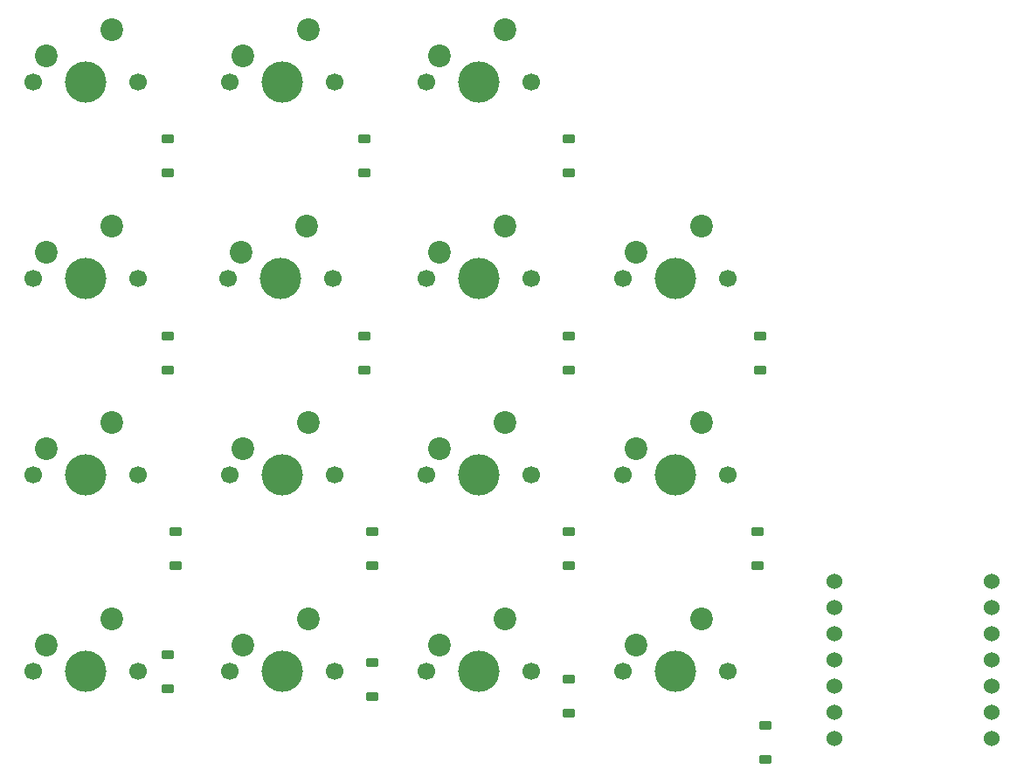
<source format=gbr>
%TF.GenerationSoftware,KiCad,Pcbnew,9.0.2*%
%TF.CreationDate,2025-06-27T23:38:42-07:00*%
%TF.ProjectId,bigMacro,6269674d-6163-4726-9f2e-6b696361645f,rev?*%
%TF.SameCoordinates,Original*%
%TF.FileFunction,Soldermask,Top*%
%TF.FilePolarity,Negative*%
%FSLAX46Y46*%
G04 Gerber Fmt 4.6, Leading zero omitted, Abs format (unit mm)*
G04 Created by KiCad (PCBNEW 9.0.2) date 2025-06-27 23:38:42*
%MOMM*%
%LPD*%
G01*
G04 APERTURE LIST*
G04 Aperture macros list*
%AMRoundRect*
0 Rectangle with rounded corners*
0 $1 Rounding radius*
0 $2 $3 $4 $5 $6 $7 $8 $9 X,Y pos of 4 corners*
0 Add a 4 corners polygon primitive as box body*
4,1,4,$2,$3,$4,$5,$6,$7,$8,$9,$2,$3,0*
0 Add four circle primitives for the rounded corners*
1,1,$1+$1,$2,$3*
1,1,$1+$1,$4,$5*
1,1,$1+$1,$6,$7*
1,1,$1+$1,$8,$9*
0 Add four rect primitives between the rounded corners*
20,1,$1+$1,$2,$3,$4,$5,0*
20,1,$1+$1,$4,$5,$6,$7,0*
20,1,$1+$1,$6,$7,$8,$9,0*
20,1,$1+$1,$8,$9,$2,$3,0*%
G04 Aperture macros list end*
%ADD10C,1.700000*%
%ADD11C,4.000000*%
%ADD12C,2.200000*%
%ADD13RoundRect,0.225000X0.375000X-0.225000X0.375000X0.225000X-0.375000X0.225000X-0.375000X-0.225000X0*%
%ADD14C,1.524000*%
G04 APERTURE END LIST*
D10*
%TO.C,MX15*%
X74295000Y-98425000D03*
D11*
X79375000Y-98425000D03*
D10*
X84455000Y-98425000D03*
D12*
X81915000Y-93345000D03*
X75565000Y-95885000D03*
%TD*%
D13*
%TO.C,D7*%
X88106250Y-50068750D03*
X88106250Y-46768750D03*
%TD*%
D10*
%TO.C,MX9*%
X36195000Y-79375000D03*
D11*
X41275000Y-79375000D03*
D10*
X46355000Y-79375000D03*
D12*
X43815000Y-74295000D03*
X37465000Y-76835000D03*
%TD*%
D10*
%TO.C,MX5*%
X74295000Y-41275000D03*
D11*
X79375000Y-41275000D03*
D10*
X84455000Y-41275000D03*
D12*
X81915000Y-36195000D03*
X75565000Y-38735000D03*
%TD*%
D13*
%TO.C,D12*%
X69056250Y-88168750D03*
X69056250Y-84868750D03*
%TD*%
%TO.C,D18*%
X107134730Y-106992442D03*
X107134730Y-103692442D03*
%TD*%
%TO.C,D3*%
X49212500Y-69181250D03*
X49212500Y-65881250D03*
%TD*%
%TO.C,D8*%
X88106250Y-69181250D03*
X88106250Y-65881250D03*
%TD*%
%TO.C,D10*%
X106631250Y-69181250D03*
X106631250Y-65881250D03*
%TD*%
D10*
%TO.C,MX6*%
X74295000Y-60325000D03*
D11*
X79375000Y-60325000D03*
D10*
X84455000Y-60325000D03*
D12*
X81915000Y-55245000D03*
X75565000Y-57785000D03*
%TD*%
D10*
%TO.C,MX3*%
X36195000Y-60325000D03*
D11*
X41275000Y-60325000D03*
D10*
X46355000Y-60325000D03*
D12*
X43815000Y-55245000D03*
X37465000Y-57785000D03*
%TD*%
D10*
%TO.C,MX1*%
X36195000Y-41275000D03*
D11*
X41275000Y-41275000D03*
D10*
X46355000Y-41275000D03*
D12*
X43815000Y-36195000D03*
X37465000Y-38735000D03*
%TD*%
D13*
%TO.C,D11*%
X50006250Y-88168750D03*
X50006250Y-84868750D03*
%TD*%
D10*
%TO.C,MX4*%
X55086250Y-60325000D03*
D11*
X60166250Y-60325000D03*
D10*
X65246250Y-60325000D03*
D12*
X62706250Y-55245000D03*
X56356250Y-57785000D03*
%TD*%
D10*
%TO.C,MX2*%
X55245000Y-41275000D03*
D11*
X60325000Y-41275000D03*
D10*
X65405000Y-41275000D03*
D12*
X62865000Y-36195000D03*
X56515000Y-38735000D03*
%TD*%
D10*
%TO.C,MX14*%
X55245000Y-98425000D03*
D11*
X60325000Y-98425000D03*
D10*
X65405000Y-98425000D03*
D12*
X62865000Y-93345000D03*
X56515000Y-95885000D03*
%TD*%
D10*
%TO.C,MX11*%
X74295000Y-79375000D03*
D11*
X79375000Y-79375000D03*
D10*
X84455000Y-79375000D03*
D12*
X81915000Y-74295000D03*
X75565000Y-76835000D03*
%TD*%
D13*
%TO.C,D1*%
X49212500Y-50068750D03*
X49212500Y-46768750D03*
%TD*%
D10*
%TO.C,MX12*%
X93345000Y-79375000D03*
D11*
X98425000Y-79375000D03*
D10*
X103505000Y-79375000D03*
D12*
X100965000Y-74295000D03*
X94615000Y-76835000D03*
%TD*%
D10*
%TO.C,MX8*%
X93345000Y-60325000D03*
D11*
X98425000Y-60325000D03*
D10*
X103505000Y-60325000D03*
D12*
X100965000Y-55245000D03*
X94615000Y-57785000D03*
%TD*%
D13*
%TO.C,D2*%
X68262500Y-50068750D03*
X68262500Y-46768750D03*
%TD*%
%TO.C,D15*%
X49212500Y-100075000D03*
X49212500Y-96775000D03*
%TD*%
%TO.C,D13*%
X88106250Y-88168750D03*
X88106250Y-84868750D03*
%TD*%
%TO.C,D4*%
X68262500Y-69181250D03*
X68262500Y-65881250D03*
%TD*%
%TO.C,D17*%
X88106250Y-102456250D03*
X88106250Y-99156250D03*
%TD*%
%TO.C,D14*%
X106362500Y-88168750D03*
X106362500Y-84868750D03*
%TD*%
D10*
%TO.C,MX13*%
X36195000Y-98425000D03*
D11*
X41275000Y-98425000D03*
D10*
X46355000Y-98425000D03*
D12*
X43815000Y-93345000D03*
X37465000Y-95885000D03*
%TD*%
D10*
%TO.C,MX16*%
X93345000Y-98425000D03*
D11*
X98425000Y-98425000D03*
D10*
X103505000Y-98425000D03*
D12*
X100965000Y-93345000D03*
X94615000Y-95885000D03*
%TD*%
D10*
%TO.C,MX10*%
X55245000Y-79375000D03*
D11*
X60325000Y-79375000D03*
D10*
X65405000Y-79375000D03*
D12*
X62865000Y-74295000D03*
X56515000Y-76835000D03*
%TD*%
D13*
%TO.C,D16*%
X69056250Y-100868750D03*
X69056250Y-97568750D03*
%TD*%
D14*
%TO.C,U2*%
X113823750Y-104933750D03*
X113823750Y-102393750D03*
X113823750Y-99853750D03*
X113823750Y-97313750D03*
X113823750Y-94773750D03*
X113823750Y-92233750D03*
X113823750Y-89693750D03*
X129063750Y-89693750D03*
X129063750Y-92233750D03*
X129063750Y-94773750D03*
X129063750Y-97313750D03*
X129063750Y-99853750D03*
X129063750Y-102393750D03*
X129063750Y-104933750D03*
%TD*%
M02*

</source>
